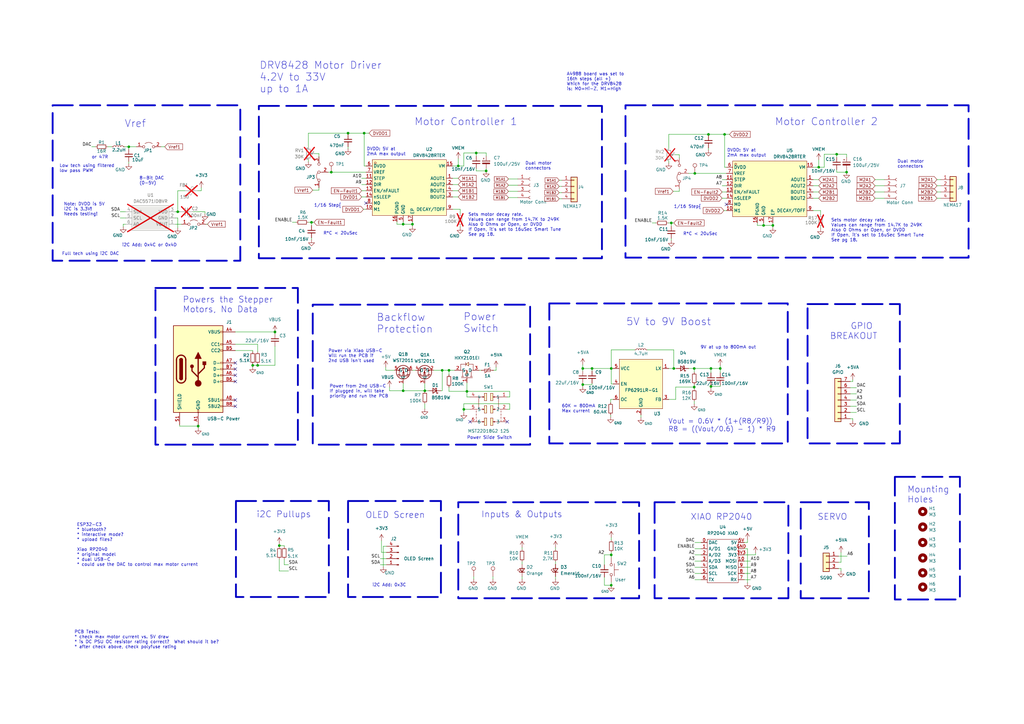
<source format=kicad_sch>
(kicad_sch (version 20230121) (generator eeschema)
  (paper "A3")
  (title_block (title "Blot RP2040 Motor Driver") (date "2024-02-19") (rev "2.1") (company "Hack Chat") (comment 1 "untested design") (comment 2 "By Parkview (CC)"))
  (junction (at 105.664 149.86))
  (junction (at 284.988 71.12))
  (junction (at 165.354 160.274))
  (junction (at 165.354 91.948))
  (junction (at 347.218 70.612))
  (junction (at 250.698 151.13))
  (junction (at 114.554 223.774))
  (junction (at 169.164 91.948))
  (junction (at 199.39 70.104))
  (junction (at 284.734 151.13))
  (junction (at 103.632 149.86))
  (junction (at 250.698 240.03))
  (junction (at 343.154 63.246))
  (junction (at 112.776 136.144))
  (junction (at 316.992 92.456))
  (junction (at 187.96 68.072))
  (junction (at 81.28 174.752))
  (junction (at 184.15 151.892))
  (junction (at 127.762 91.186))
  (junction (at 284.734 158.75))
  (junction (at 242.824 151.13))
  (junction (at 291.592 158.496))
  (junction (at 72.898 86.868))
  (junction (at 239.014 157.734))
  (junction (at 239.014 151.13))
  (junction (at 52.832 60.198))
  (junction (at 191.516 160.528))
  (junction (at 313.182 92.456))
  (junction (at 174.244 160.274))
  (junction (at 295.402 151.13))
  (junction (at 250.698 227.584))
  (junction (at 195.326 62.738))
  (junction (at 290.576 55.118))
  (junction (at 275.336 91.44))
  (junction (at 190.246 167.894))
  (junction (at 291.592 151.13))
  (junction (at 276.352 151.13))
  (junction (at 181.356 151.892))
  (junction (at 135.89 70.612))
  (junction (at 297.18 55.118))
  (junction (at 142.748 54.61))
  (junction (at 335.788 68.58))
  (junction (at 149.352 54.61))
  (no_connect (at 96.52 153.924))
  (no_connect (at 150.114 83.312))
  (no_connect (at 192.786 172.974))
  (no_connect (at 96.52 148.844))
  (no_connect (at 96.52 166.624))
  (no_connect (at 208.026 172.974))
  (no_connect (at 96.52 164.084))
  (no_connect (at 96.52 156.464))
  (no_connect (at 297.942 83.82))
  (no_connect (at 96.52 151.384))
  (wire (pts (xy 192.786 162.814) (xy 191.516 162.814)))
  (wire (pts (xy 209.042 162.814) (xy 209.042 160.528)))
  (wire (pts (xy 126.492 54.61) (xy 142.748 54.61)))
  (wire (pts (xy 37.592 60.198) (xy 39.116 60.198)))
  (wire (pts (xy 72.898 86.868) (xy 73.914 86.868)))
  (wire (pts (xy 103.632 149.86) (xy 103.632 150.368)))
  (wire (pts (xy 229.362 81.534) (xy 230.378 81.534)))
  (wire (pts (xy 127.762 91.186) (xy 128.778 91.186)))
  (wire (pts (xy 72.898 78.232) (xy 75.946 78.232)))
  (wire (pts (xy 148.336 78.232) (xy 150.114 78.232)))
  (wire (pts (xy 208.534 78.486) (xy 212.344 78.486)))
  (wire (pts (xy 84.074 86.868) (xy 84.074 87.63)))
  (wire (pts (xy 162.814 91.948) (xy 165.354 91.948)))
  (wire (pts (xy 81.28 174.752) (xy 81.28 175.514)))
  (wire (pts (xy 66.04 60.198) (xy 67.564 60.198)))
  (wire (pts (xy 116.586 231.648) (xy 116.586 229.362)))
  (wire (pts (xy 333.502 73.66) (xy 335.788 73.66)))
  (wire (pts (xy 149.352 54.61) (xy 149.352 68.072)))
  (wire (pts (xy 72.898 78.232) (xy 72.898 86.868)))
  (wire (pts (xy 185.674 68.072) (xy 187.96 68.072)))
  (wire (pts (xy 96.52 141.224) (xy 105.664 141.224)))
  (wire (pts (xy 349.758 156.464) (xy 348.742 156.464)))
  (wire (pts (xy 142.748 55.118) (xy 142.748 54.61)))
  (wire (pts (xy 177.8 151.892) (xy 181.356 151.892)))
  (wire (pts (xy 275.336 97.79) (xy 275.336 98.552)))
  (wire (pts (xy 162.814 90.932) (xy 162.814 91.948)))
  (wire (pts (xy 344.932 226.568) (xy 344.932 230.632)))
  (wire (pts (xy 149.352 68.072) (xy 150.114 68.072)))
  (wire (pts (xy 274.32 55.118) (xy 274.32 60.96)))
  (wire (pts (xy 55.88 60.198) (xy 52.832 60.198)))
  (wire (pts (xy 335.788 68.58) (xy 335.788 65.532)))
  (wire (pts (xy 72.898 86.868) (xy 71.882 86.868)))
  (wire (pts (xy 307.848 232.664) (xy 305.308 232.664)))
  (wire (pts (xy 348.742 161.544) (xy 351.282 161.544)))
  (wire (pts (xy 174.244 160.274) (xy 175.768 160.274)))
  (wire (pts (xy 336.55 88.138) (xy 336.55 86.36)))
  (wire (pts (xy 358.902 76.2) (xy 362.712 76.2)))
  (wire (pts (xy 126.492 91.186) (xy 127.762 91.186)))
  (wire (pts (xy 242.824 151.13) (xy 250.698 151.13)))
  (wire (pts (xy 344.932 230.632) (xy 343.916 230.632)))
  (wire (pts (xy 165.354 91.948) (xy 169.164 91.948)))
  (wire (pts (xy 96.52 136.144) (xy 112.776 136.144)))
  (wire (pts (xy 73.66 174.244) (xy 73.66 174.752)))
  (wire (pts (xy 295.402 152.908) (xy 295.402 151.13)))
  (wire (pts (xy 333.502 78.74) (xy 335.788 78.74)))
  (wire (pts (xy 105.664 141.224) (xy 105.664 144.272)))
  (wire (pts (xy 188.722 92.71) (xy 188.722 93.218)))
  (wire (pts (xy 118.364 231.648) (xy 116.586 231.648)))
  (wire (pts (xy 190.246 62.738) (xy 195.326 62.738)))
  (wire (pts (xy 127.762 97.536) (xy 127.762 98.298)))
  (wire (pts (xy 52.832 60.198) (xy 52.832 61.214)))
  (wire (pts (xy 275.336 91.44) (xy 275.336 92.71)))
  (wire (pts (xy 208.534 81.026) (xy 212.344 81.026)))
  (wire (pts (xy 333.502 68.58) (xy 335.788 68.58)))
  (wire (pts (xy 81.28 174.244) (xy 81.28 174.752)))
  (wire (pts (xy 343.154 70.612) (xy 347.218 70.612)))
  (wire (pts (xy 82.55 76.962) (xy 82.55 78.232)))
  (wire (pts (xy 276.86 63.5) (xy 278.638 63.5)))
  (wire (pts (xy 309.88 226.822) (xy 309.88 227.584)))
  (wire (pts (xy 227.838 236.474) (xy 227.838 237.49)))
  (wire (pts (xy 181.356 151.892) (xy 184.15 151.892)))
  (wire (pts (xy 250.444 163.83) (xy 250.444 165.1)))
  (wire (pts (xy 348.742 164.084) (xy 351.282 164.084)))
  (wire (pts (xy 105.664 149.86) (xy 103.632 149.86)))
  (wire (pts (xy 239.014 149.606) (xy 239.014 151.13)))
  (wire (pts (xy 174.244 165.608) (xy 174.244 167.64)))
  (wire (pts (xy 305.308 225.044) (xy 306.578 225.044)))
  (wire (pts (xy 284.734 152.654) (xy 284.734 151.13)))
  (wire (pts (xy 310.642 91.44) (xy 310.642 92.456)))
  (wire (pts (xy 202.184 237.49) (xy 202.184 236.474)))
  (wire (pts (xy 169.164 151.892) (xy 170.434 151.892)))
  (wire (pts (xy 229.362 76.454) (xy 230.378 76.454)))
  (wire (pts (xy 250.698 226.568) (xy 250.698 227.584)))
  (wire (pts (xy 250.698 143.51) (xy 250.698 151.13)))
  (wire (pts (xy 185.674 80.772) (xy 187.96 80.772)))
  (wire (pts (xy 239.014 152.146) (xy 239.014 151.13)))
  (wire (pts (xy 307.848 237.744) (xy 305.308 237.744)))
  (wire (pts (xy 158.242 151.892) (xy 161.798 151.892)))
  (wire (pts (xy 239.014 157.734) (xy 239.014 158.496)))
  (wire (pts (xy 349.758 172.466) (xy 349.758 171.704)))
  (wire (pts (xy 51.562 91.948) (xy 50.546 91.948)))
  (wire (pts (xy 284.734 164.592) (xy 284.734 165.608)))
  (wire (pts (xy 214.122 224.536) (xy 214.122 225.298)))
  (wire (pts (xy 348.742 166.624) (xy 351.282 166.624)))
  (wire (pts (xy 112.776 136.906) (xy 112.776 136.144)))
  (wire (pts (xy 242.824 151.13) (xy 242.824 152.146)))
  (wire (pts (xy 349.758 171.704) (xy 348.742 171.704)))
  (wire (pts (xy 165.354 160.274) (xy 165.354 157.226)))
  (wire (pts (xy 316.992 92.456) (xy 316.992 93.218)))
  (wire (pts (xy 157.226 224.028) (xy 157.226 232.41)))
  (wire (pts (xy 190.246 167.894) (xy 190.246 169.164)))
  (wire (pts (xy 239.014 157.226) (xy 239.014 157.734)))
  (wire (pts (xy 155.956 231.648) (xy 158.496 231.648)))
  (wire (pts (xy 265.43 143.51) (xy 276.352 143.51)))
  (wire (pts (xy 316.992 91.44) (xy 316.992 92.456)))
  (wire (pts (xy 247.904 236.728) (xy 247.904 240.03)))
  (wire (pts (xy 296.164 76.2) (xy 297.942 76.2)))
  (wire (pts (xy 148.336 75.692) (xy 150.114 75.692)))
  (wire (pts (xy 114.554 223.012) (xy 114.554 223.774)))
  (wire (pts (xy 191.516 160.528) (xy 191.516 162.814)))
  (wire (pts (xy 313.182 92.456) (xy 316.992 92.456)))
  (wire (pts (xy 203.454 150.622) (xy 203.454 151.892)))
  (wire (pts (xy 169.164 91.948) (xy 169.164 92.71)))
  (wire (pts (xy 114.554 223.774) (xy 114.554 224.282)))
  (wire (pts (xy 250.698 157.48) (xy 250.698 151.13)))
  (wire (pts (xy 185.674 78.232) (xy 187.96 78.232)))
  (wire (pts (xy 348.742 169.164) (xy 351.282 169.164)))
  (wire (pts (xy 267.462 91.44) (xy 268.986 91.44)))
  (wire (pts (xy 44.196 60.198) (xy 45.974 60.198)))
  (wire (pts (xy 349.758 155.702) (xy 349.758 156.464)))
  (wire (pts (xy 169.164 90.932) (xy 169.164 91.948)))
  (wire (pts (xy 291.592 151.13) (xy 284.734 151.13)))
  (wire (pts (xy 129.032 62.992) (xy 130.81 62.992)))
  (wire (pts (xy 130.81 62.992) (xy 130.81 64.262)))
  (wire (pts (xy 277.114 163.83) (xy 277.114 158.75)))
  (wire (pts (xy 284.988 225.044) (xy 287.528 225.044)))
  (wire (pts (xy 250.444 170.18) (xy 250.444 170.942)))
  (wire (pts (xy 290.576 55.118) (xy 297.18 55.118)))
  (wire (pts (xy 297.18 55.118) (xy 297.18 68.58)))
  (wire (pts (xy 262.89 170.18) (xy 262.89 171.196)))
  (wire (pts (xy 274.32 66.04) (xy 274.32 66.802)))
  (wire (pts (xy 307.848 235.204) (xy 305.308 235.204)))
  (wire (pts (xy 165.354 160.274) (xy 159.766 160.274)))
  (wire (pts (xy 126.492 54.61) (xy 126.492 60.452)))
  (wire (pts (xy 274.32 55.118) (xy 290.576 55.118)))
  (wire (pts (xy 284.988 230.124) (xy 287.528 230.124)))
  (wire (pts (xy 155.956 229.108) (xy 158.496 229.108)))
  (wire (pts (xy 251.46 163.83) (xy 250.444 163.83)))
  (wire (pts (xy 305.308 222.504) (xy 306.578 222.504)))
  (wire (pts (xy 188.722 87.63) (xy 188.722 85.852)))
  (wire (pts (xy 126.492 65.532) (xy 126.492 66.294)))
  (wire (pts (xy 247.904 240.03) (xy 250.698 240.03)))
  (wire (pts (xy 185.674 85.852) (xy 188.722 85.852)))
  (wire (pts (xy 190.246 167.894) (xy 192.786 167.894)))
  (wire (pts (xy 174.244 160.274) (xy 174.244 160.528)))
  (wire (pts (xy 119.888 91.186) (xy 121.412 91.186)))
  (wire (pts (xy 338.074 63.246) (xy 343.154 63.246)))
  (wire (pts (xy 278.638 63.5) (xy 278.638 64.77)))
  (wire (pts (xy 78.994 86.868) (xy 84.074 86.868)))
  (wire (pts (xy 150.114 85.852) (xy 149.098 85.852)))
  (wire (pts (xy 105.664 149.86) (xy 112.776 149.86)))
  (wire (pts (xy 250.698 151.13) (xy 251.46 151.13)))
  (wire (pts (xy 250.698 240.03) (xy 250.698 238.76)))
  (wire (pts (xy 295.402 149.86) (xy 295.402 151.13)))
  (wire (pts (xy 190.246 68.072) (xy 190.246 62.738)))
  (wire (pts (xy 247.904 231.648) (xy 247.904 227.584)))
  (wire (pts (xy 158.242 150.622) (xy 158.242 151.892)))
  (wire (pts (xy 142.748 54.61) (xy 149.352 54.61)))
  (wire (pts (xy 208.534 73.406) (xy 212.344 73.406)))
  (wire (pts (xy 343.154 69.596) (xy 343.154 70.612)))
  (wire (pts (xy 343.154 63.246) (xy 343.154 64.516)))
  (wire (pts (xy 284.988 235.204) (xy 287.528 235.204)))
  (wire (pts (xy 191.516 156.972) (xy 191.516 160.528)))
  (wire (pts (xy 250.698 220.472) (xy 250.698 221.488)))
  (wire (pts (xy 313.182 91.44) (xy 313.182 92.456)))
  (wire (pts (xy 194.31 237.49) (xy 194.31 236.474)))
  (wire (pts (xy 73.66 174.752) (xy 81.28 174.752)))
  (wire (pts (xy 276.352 151.13) (xy 274.32 151.13)))
  (wire (pts (xy 116.586 223.774) (xy 114.554 223.774)))
  (wire (pts (xy 227.838 230.378) (xy 227.838 231.394)))
  (wire (pts (xy 103.632 143.764) (xy 103.632 144.272)))
  (wire (pts (xy 184.15 151.892) (xy 184.15 153.67)))
  (wire (pts (xy 275.336 91.44) (xy 276.352 91.44)))
  (wire (pts (xy 333.502 76.2) (xy 335.788 76.2)))
  (wire (pts (xy 49.276 86.868) (xy 51.562 86.868)))
  (wire (pts (xy 276.352 151.13) (xy 277.368 151.13)))
  (wire (pts (xy 156.464 226.568) (xy 158.496 226.568)))
  (wire (pts (xy 250.698 227.584) (xy 250.698 228.6)))
  (wire (pts (xy 105.664 149.352) (xy 105.664 149.86)))
  (wire (pts (xy 229.362 73.914) (xy 230.378 73.914)))
  (wire (pts (xy 190.246 167.894) (xy 190.246 165.608)))
  (wire (pts (xy 195.326 62.738) (xy 199.39 62.738)))
  (wire (pts (xy 251.46 157.48) (xy 250.698 157.48)))
  (wire (pts (xy 358.902 81.28) (xy 362.712 81.28)))
  (wire (pts (xy 190.246 165.608) (xy 209.042 165.608)))
  (wire (pts (xy 229.362 78.994) (xy 230.378 78.994)))
  (wire (pts (xy 274.32 163.83) (xy 277.114 163.83)))
  (wire (pts (xy 128.27 77.978) (xy 130.81 77.978)))
  (wire (pts (xy 284.734 157.734) (xy 284.734 158.75)))
  (wire (pts (xy 74.422 91.948) (xy 71.882 91.948)))
  (wire (pts (xy 195.326 70.104) (xy 199.39 70.104)))
  (wire (pts (xy 284.988 227.584) (xy 287.528 227.584)))
  (wire (pts (xy 209.042 165.608) (xy 209.042 167.894)))
  (wire (pts (xy 52.832 66.294) (xy 52.832 67.056)))
  (wire (pts (xy 195.326 62.738) (xy 195.326 64.008)))
  (wire (pts (xy 239.014 151.13) (xy 242.824 151.13)))
  (wire (pts (xy 348.742 159.004) (xy 351.282 159.004)))
  (wire (pts (xy 284.734 158.75) (xy 284.734 159.512)))
  (wire (pts (xy 214.122 236.474) (xy 214.122 237.49)))
  (wire (pts (xy 127.762 91.186) (xy 127.762 92.456)))
  (wire (pts (xy 187.96 68.072) (xy 190.246 68.072)))
  (wire (pts (xy 202.438 151.892) (xy 203.454 151.892)))
  (wire (pts (xy 50.546 91.948) (xy 50.546 92.964)))
  (wire (pts (xy 284.734 151.13) (xy 282.448 151.13)))
  (wire (pts (xy 184.15 160.528) (xy 191.516 160.528)))
  (wire (pts (xy 196.596 151.892) (xy 197.358 151.892)))
  (wire (pts (xy 278.638 78.486) (xy 278.638 77.47)))
  (wire (pts (xy 118.364 234.188) (xy 114.554 234.188)))
  (wire (pts (xy 297.942 86.36) (xy 296.926 86.36)))
  (wire (pts (xy 335.788 68.58) (xy 338.074 68.58)))
  (wire (pts (xy 227.838 224.536) (xy 227.838 225.298)))
  (wire (pts (xy 135.89 70.612) (xy 150.114 70.612)))
  (wire (pts (xy 296.164 73.66) (xy 297.942 73.66)))
  (wire (pts (xy 148.336 80.772) (xy 150.114 80.772)))
  (wire (pts (xy 130.81 77.978) (xy 130.81 76.962)))
  (wire (pts (xy 209.042 167.894) (xy 208.026 167.894)))
  (wire (pts (xy 239.014 157.734) (xy 242.824 157.734)))
  (wire (pts (xy 158.496 224.028) (xy 157.226 224.028)))
  (wire (pts (xy 295.402 158.496) (xy 295.402 157.988)))
  (wire (pts (xy 343.916 233.172) (xy 344.932 233.172)))
  (wire (pts (xy 344.932 233.172) (xy 344.932 234.188)))
  (wire (pts (xy 276.098 78.486) (xy 278.638 78.486)))
  (wire (pts (xy 296.164 78.74) (xy 297.942 78.74)))
  (wire (pts (xy 195.326 69.088) (xy 195.326 70.104)))
  (wire (pts (xy 297.18 68.58) (xy 297.942 68.58)))
  (wire (pts (xy 299.212 55.118) (xy 297.18 55.118)))
  (wire (pts (xy 184.15 158.75) (xy 184.15 160.528)))
  (wire (pts (xy 336.55 93.218) (xy 336.55 93.726)))
  (wire (pts (xy 384.302 78.74) (xy 385.826 78.74)))
  (wire (pts (xy 277.114 158.75) (xy 284.734 158.75)))
  (wire (pts (xy 208.534 75.946) (xy 212.344 75.946)))
  (wire (pts (xy 185.674 73.152) (xy 187.96 73.152)))
  (wire (pts (xy 165.354 160.274) (xy 174.244 160.274)))
  (wire (pts (xy 96.52 143.764) (xy 103.632 143.764)))
  (wire (pts (xy 343.916 228.092) (xy 347.472 228.092)))
  (wire (pts (xy 291.592 158.496) (xy 295.402 158.496)))
  (wire (pts (xy 214.122 230.378) (xy 214.122 231.394)))
  (wire (pts (xy 151.384 54.61) (xy 149.352 54.61)))
  (wire (pts (xy 307.848 230.124) (xy 305.308 230.124)))
  (wire (pts (xy 343.154 63.246) (xy 347.218 63.246)))
  (wire (pts (xy 208.026 162.814) (xy 209.042 162.814)))
  (wire (pts (xy 306.578 225.044) (xy 306.578 239.014)))
  (wire (pts (xy 159.766 158.75) (xy 159.766 160.274)))
  (wire (pts (xy 185.674 75.692) (xy 187.96 75.692)))
  (wire (pts (xy 199.39 70.104) (xy 199.39 69.088)))
  (wire (pts (xy 290.576 60.706) (xy 290.576 61.468)))
  (wire (pts (xy 199.39 62.738) (xy 199.39 64.008)))
  (wire (pts (xy 290.576 55.626) (xy 290.576 55.118)))
  (wire (pts (xy 81.026 78.232) (xy 82.55 78.232)))
  (wire (pts (xy 114.554 234.188) (xy 114.554 229.362)))
  (wire (pts (xy 296.164 81.28) (xy 297.942 81.28)))
  (wire (pts (xy 134.62 70.612) (xy 135.89 70.612)))
  (wire (pts (xy 284.988 71.12) (xy 297.942 71.12)))
  (wire (pts (xy 72.898 89.408) (xy 71.882 89.408)))
  (wire (pts (xy 347.218 63.246) (xy 347.218 64.516)))
  (wire (pts (xy 276.352 143.51) (xy 276.352 151.13)))
  (wire (pts (xy 333.502 86.36) (xy 336.55 86.36)))
  (wire (pts (xy 347.218 70.612) (xy 347.218 69.596)))
  (wire (pts (xy 156.464 221.742) (xy 156.464 226.568)))
  (wire (pts (xy 274.066 91.44) (xy 275.336 91.44)))
  (wire (pts (xy 358.902 73.66) (xy 362.712 73.66)))
  (wire (pts (xy 242.824 157.734) (xy 242.824 157.226)))
  (wire (pts (xy 103.632 149.352) (xy 103.632 149.86)))
  (wire (pts (xy 291.592 158.496) (xy 291.592 159.258)))
  (wire (pts (xy 338.074 68.58) (xy 338.074 63.246)))
  (wire (pts (xy 72.898 93.472) (xy 72.898 89.408)))
  (wire (pts (xy 295.402 151.13) (xy 291.592 151.13)))
  (wire (pts (xy 165.354 90.932) (xy 165.354 91.948)))
  (wire (pts (xy 209.042 160.528) (xy 191.516 160.528)))
  (wire (pts (xy 333.502 81.28) (xy 335.788 81.28)))
  (wire (pts (xy 306.578 222.504) (xy 306.578 221.234)))
  (wire (pts (xy 358.902 78.74) (xy 362.712 78.74)))
  (wire (pts (xy 181.356 160.274) (xy 181.356 151.892)))
  (wire (pts (xy 112.776 141.986) (xy 112.776 149.86)))
  (wire (pts (xy 184.15 151.892) (xy 186.436 151.892)))
  (wire (pts (xy 84.582 91.948) (xy 85.09 91.948)))
  (wire (pts (xy 148.336 73.152) (xy 150.114 73.152)))
  (wire (pts (xy 282.448 71.12) (xy 284.988 71.12)))
  (wire (pts (xy 51.054 60.198) (xy 52.832 60.198)))
  (wire (pts (xy 49.276 89.408) (xy 51.562 89.408)))
  (wire (pts (xy 384.302 81.28) (xy 385.826 81.28)))
  (wire (pts (xy 291.592 151.13) (xy 291.592 152.908)))
  (wire (pts (xy 187.96 68.072) (xy 187.96 65.024)))
  (wire (pts (xy 116.586 224.282) (xy 116.586 223.774)))
  (wire (pts (xy 250.698 143.51) (xy 260.35 143.51)))
  (wire (pts (xy 180.848 160.274) (xy 181.356 160.274)))
  (wire (pts (xy 284.988 237.744) (xy 287.528 237.744)))
  (wire (pts (xy 291.592 157.988) (xy 291.592 158.496)))
  (wire (pts (xy 142.748 60.198) (xy 142.748 60.96)))
  (wire (pts (xy 384.302 73.66) (xy 385.826 73.66)))
  (wire (pts (xy 384.302 76.2) (xy 385.826 76.2)))
  (wire (pts (xy 284.988 222.504) (xy 287.528 222.504)))
  (wire (pts (xy 247.904 227.584) (xy 250.698 227.584)))
  (wire (pts (xy 310.642 92.456) (xy 313.182 92.456)))
  (wire (pts (xy 284.988 232.664) (xy 287.528 232.664)))
  (wire (pts (xy 309.88 227.584) (xy 305.308 227.584)))
  (wire (pts (xy 174.244 157.226) (xy 174.244 160.274)))
  (rectangle (start 331.216 124.714) (end 369.062 181.864) (stroke (width 0.75) (type dash)))
  (rectangle (start 142.748 205.486) (end 180.848 244.856) (stroke (width 0.75) (type dash)))
  (rectangle (start 367.03 195.58) (end 393.7 245.872) (stroke (width 0.75) (type dash)))
  (rectangle (start 268.478 205.994) (end 323.342 245.364) (stroke (width 0.75) (type dash)))
  (rectangle (start 256.54 43.18) (end 397.256 105.664) (stroke (width 0.75) (type dash)))
  (rectangle (start 187.96 205.994) (end 262.128 245.364) (stroke (width 0.75) (type dash)))
  (rectangle (start 328.422 205.994) (end 356.362 245.364) (stroke (width 0.75) (type dash)))
  (rectangle (start 96.774 205.486) (end 134.874 244.856) (stroke (width 0.75) (type dash)))
  (rectangle (start 106.172 43.434) (end 246.888 105.918) (stroke (width 0.75) (type dash)))
  (rectangle (start 128.27 124.968) (end 217.424 182.372) (stroke (width 0.75) (type dash)))
  (rectangle (start 63.754 118.11) (end 122.174 182.372) (stroke (width 0.75) (type dash)))
  (rectangle (start 21.59 43.18) (end 98.552 106.934) (stroke (width 0.75) (type dash)))
  (rectangle (start 225.298 124.46) (end 323.088 181.864) (stroke (width 0.75) (type dash)))
  (text "Inputs & Outputs\n" (at 197.358 212.598 0) (effects (font (size 2.54 2.54)) (justify left bottom)))
  (text "5V to 9V Boost" (at 256.794 133.858 0) (effects (font (size 3 3)) (justify left bottom)))
  (text "GPIO \nBREAKOUT" (at 359.918 139.446 0) (effects (font (size 2.54 2.54)) (justify right bottom)))
  (text "Power via Xiao USB-C\nWill run the PCB if \n2nd USB isn't used" (at 134.62 148.844 0) (effects (font (size 1.27 1.27)) (justify left bottom)))
  (text "Backflow\nProtection" (at 154.432 136.906 0) (effects (font (size 3 3)) (justify left bottom)))
  (text "DRV8428 Motor Driver\n4.2V to 33V\nup to 1A" (at 106.426 38.354 0) (effects (font (size 3 3)) (justify left bottom)))
  (text "Vref" (at 51.054 52.578 0) (effects (font (size 3 3)) (justify left bottom)))
  (text "R*C < 20uSec" (at 132.588 96.52 0) (effects (font (size 1.27 1.27)) (justify left bottom)))
  (text "Mounting\nHoles" (at 372.11 206.502 0) (effects (font (size 2.54 2.54)) (justify left bottom)))
  (text "Dual motor\nconnectors" (at 368.046 69.088 0) (effects (font (size 1.27 1.27)) (justify left bottom)))
  (text "DVDD: 5V at\n2mA max output" (at 150.368 64.008 0) (effects (font (size 1.27 1.27)) (justify left bottom)))
  (text "Power from 2nd USB-C\nIf plugged in, will take\npriority and run the PCB" (at 135.128 163.322 0) (effects (font (size 1.27 1.27)) (justify left bottom)))
  (text "Power\nSwitch" (at 189.992 136.652 0) (effects (font (size 3 3)) (justify left bottom)))
  (text "Power Slide Switch" (at 191.516 180.34 0) (effects (font (size 1.27 1.27)) (justify left bottom)))
  (text "8-Bit DAC\n(0-5V)" (at 57.15 75.946 0) (effects (font (size 1.27 1.27)) (justify left bottom)))
  (text "XIAO RP2040\n" (at 283.21 213.614 0) (effects (font (size 2.54 2.54)) (justify left bottom)))
  (text "i2C Add: 0x4C or 0x4D" (at 50.038 101.346 0) (effects (font (size 1.27 1.27)) (justify left bottom)))
  (text "Sets motor decay rate.\nValues can range from 14.7K to 249K\nAlso 0 Ohms or Open, or DVDD\nIf Open, it's set to 16uSec Smart Tune\nSee pg 18." (at 192.024 97.028 0) (effects (font (size 1.27 1.27)) (justify left bottom)))
  (text "OLED Screen\n" (at 149.86 212.852 0) (effects (font (size 2.54 2.54)) (justify left bottom)))
  (text "Sets motor decay rate.\nValues can range from 14.7K to 249K\nAlso 0 Ohms or Open, or DVDD\nIf Open, it's set to 16uSec Smart Tune\nSee pg 18." (at 340.868 99.314 0) (effects (font (size 1.27 1.27)) (justify left bottom)))
  (text "i2C Pullups\n" (at 105.156 212.598 0) (effects (font (size 2.54 2.54)) (justify left bottom)))
  (text "Motor Controller 2" (at 317.754 51.816 0) (effects (font (size 3 3)) (justify left bottom)))
  (text "PCB Tests:\n* check max motor current vs. 5V draw\n* is DC PSU OC resistor rating correct?  What should it be?\n* after check above, check polyfuse rating" (at 30.48 266.192 0) (effects (font (size 1.27 1.27)) (justify left bottom)))
  (text "Low tech using filtered \nlow pass PWM" (at 24.384 70.866 0) (effects (font (size 1.27 1.27)) (justify left bottom)))
  (text "Note: DVDD is 5V\ni2C is 3.3V!\nNeeds testing!" (at 26.162 88.646 0) (effects (font (size 1.27 1.27)) (justify left bottom)))
  (text "9V at up to 800mA out" (at 287.274 143.256 0) (effects (font (size 1.27 1.27)) (justify left bottom)))
  (text "Dual motor\nconnectors" (at 215.392 69.85 0) (effects (font (size 1.27 1.27)) (justify left bottom)))
  (text "DVDD: 5V at\n2mA max output" (at 298.196 64.516 0) (effects (font (size 1.27 1.27)) (justify left bottom)))
  (text "Powers the Stepper\nMotors, No Data" (at 74.93 128.524 0) (effects (font (size 2.5 2.5)) (justify left bottom)))
  (text "1/16 Step{" (at 276.352 85.598 0) (effects (font (size 1.27 1.27)) (justify left bottom)))
  (text "R*C < 20uSec" (at 280.162 96.774 0) (effects (font (size 1.27 1.27)) (justify left bottom)))
  (text "ESP32-C3\n* bluetooth?\n* interactive mode?\n* upload files?\n\nXiao RP2040\n* original model\n* dual USB-C\n* could use the DAC to control max motor current" (at 31.496 232.41 0) (effects (font (size 1.27 1.27)) (justify left bottom)))
  (text "or 47R" (at 37.592 65.278 0) (effects (font (size 1.27 1.27)) (justify left bottom)))
  (text "SERVO\n" (at 335.28 213.614 0) (effects (font (size 2.54 2.54)) (justify left bottom)))
  (text "1/16 Step{" (at 128.778 85.09 0) (effects (font (size 1.27 1.27)) (justify left bottom)))
  (text "A4988 board was set to \n16th steps (all +)\nWhich for the DRV8428\nis: M0=Hi-Z, M1=High" (at 232.41 37.338 0) (effects (font (size 1.27 1.27)) (justify left bottom)))
  (text "Motor Controller 1" (at 169.926 51.816 0) (effects (font (size 3 3)) (justify left bottom)))
  (text "Full tech using i2C DAC" (at 25.4 104.902 0) (effects (font (size 1.27 1.27)) (justify left bottom)))
  (text "i2C Add: 0x3C" (at 152.654 240.792 0) (effects (font (size 1.27 1.27)) (justify left bottom)))
  (text "60K = 800mA\nMax current" (at 230.378 169.418 0) (effects (font (size 1.27 1.27)) (justify left bottom)))
  (text "Vout = 0.6V * (1+(R8/R9))\nR8 = ((Vout/0.6) - 1) * R9" (at 274.066 177.292 0) (effects (font (size 2 2)) (justify left bottom)))
  (label "SCL" (at 284.988 235.204 180))
  (label "A2" (at 247.904 227.584 180))
  (label "A7" (at 296.164 76.2 180))
  (label "DAC" (at 37.592 60.198 180))
  (label "A8" (at 307.848 235.204 0))
  (label "A2" (at 284.988 227.584 180))
  (label "SCL" (at 118.364 234.188 0))
  (label "SDA" (at 351.282 166.624 0))
  (label "SDA" (at 118.364 231.648 0))
  (label "SCL" (at 155.956 229.108 180))
  (label "A3" (at 351.282 164.084 0))
  (label "A3" (at 284.988 230.124 180))
  (label "A7" (at 307.848 237.744 0))
  (label "DAC" (at 351.282 159.004 0))
  (label "A8" (at 296.164 73.66 180))
  (label "ENABLE" (at 284.988 225.044 180))
  (label "SCL" (at 49.276 89.408 180))
  (label "ENABLE" (at 267.462 91.44 180))
  (label "SDA" (at 155.956 231.648 180))
  (label "A9" (at 307.848 232.664 0))
  (label "A6" (at 347.472 228.092 0))
  (label "A10" (at 148.336 73.152 180))
  (label "A2" (at 351.282 161.544 0))
  (label "A10" (at 307.848 230.124 0))
  (label "SDA" (at 49.276 86.868 180))
  (label "SCL" (at 351.282 169.164 0))
  (label "DAC" (at 284.988 222.504 180))
  (label "A6" (at 284.988 237.744 180))
  (label "ENABLE" (at 119.888 91.186 180))
  (label "SDA" (at 284.988 232.664 180))
  (label "A9" (at 148.336 75.692 180))
  (global_label "Vref1" (shape input) (at 128.27 77.978 180) (property "Intersheetrefs" "${INTERSHEET_REFS}" (effects hide)))
  (global_label "M1B1" (shape input) (at 187.96 78.232 0) (property "Intersheetrefs" "${INTERSHEET_REFS}" (effects hide)))
  (global_label "EN-Fault2" (shape input) (at 296.164 78.74 180) (property "Intersheetrefs" "${INTERSHEET_REFS}" (effects hide)))
  (global_label "DVDD2" (shape input) (at 296.926 86.36 180) (property "Intersheetrefs" "${INTERSHEET_REFS}" (effects hide)))
  (global_label "M1B1" (shape input) (at 229.362 81.534 180) (effects (font (size 1 1))) (property "Intersheetrefs" "${INTERSHEET_REFS}" (effects hide)))
  (global_label "M1A1" (shape input) (at 229.362 73.914 180) (effects (font (size 1 1))) (property "Intersheetrefs" "${INTERSHEET_REFS}" (effects hide)))
  (global_label "M2A2" (shape input) (at 384.302 76.2 180) (property "Intersheetrefs" "${INTERSHEET_REFS}" (effects hide)))
  (global_label "M2B2" (shape input) (at 358.902 78.74 180) (property "Intersheetrefs" "${INTERSHEET_REFS}" (effects hide)))
  (global_label "M2A1" (shape input) (at 358.902 73.66 180) (property "Intersheetrefs" "${INTERSHEET_REFS}" (effects hide)))
  (global_label "M2B1" (shape input) (at 384.302 81.28 180) (property "Intersheetrefs" "${INTERSHEET_REFS}" (effects hide)))
  (global_label "M1A2" (shape input) (at 208.534 75.946 180) (effects (font (size 1 1))) (property "Intersheetrefs" "${INTERSHEET_REFS}" (effects hide)))
  (global_label "Vref1" (shape input) (at 85.09 91.948 0) (property "Intersheetrefs" "${INTERSHEET_REFS}" (effects hide)))
  (global_label "M1B1" (shape input) (at 208.534 81.026 180) (effects (font (size 1 1))) (property "Intersheetrefs" "${INTERSHEET_REFS}" (effects hide)))
  (global_label "M2A1" (shape input) (at 335.788 73.66 0) (property "Intersheetrefs" "${INTERSHEET_REFS}" (effects hide)))
  (global_label "M2B2" (shape input) (at 384.302 78.74 180) (property "Intersheetrefs" "${INTERSHEET_REFS}" (effects hide)))
  (global_label "M1A1" (shape input) (at 187.96 73.152 0) (property "Intersheetrefs" "${INTERSHEET_REFS}" (effects hide)))
  (global_label "Vref1" (shape input) (at 67.564 60.198 0) (property "Intersheetrefs" "${INTERSHEET_REFS}" (effects hide)))
  (global_label "DVDD1" (shape input) (at 149.098 85.852 180) (property "Intersheetrefs" "${INTERSHEET_REFS}" (effects hide)))
  (global_label "EN-Fault1" (shape input) (at 128.778 91.186 0) (property "Intersheetrefs" "${INTERSHEET_REFS}" (effects hide)))
  (global_label "M2A2" (shape input) (at 335.788 76.2 0) (property "Intersheetrefs" "${INTERSHEET_REFS}" (effects hide)))
  (global_label "M1A2" (shape input) (at 229.362 76.454 180) (effects (font (size 1 1))) (property "Intersheetrefs" "${INTERSHEET_REFS}" (effects hide)))
  (global_label "DVDD1" (shape input) (at 151.384 54.61 0) (property "Intersheetrefs" "${INTERSHEET_REFS}" (effects hide)))
  (global_label "M1B2" (shape input) (at 187.96 80.772 0) (property "Intersheetrefs" "${INTERSHEET_REFS}" (effects hide)))
  (global_label "DVDD2" (shape input) (at 296.164 81.28 180) (property "Intersheetrefs" "${INTERSHEET_REFS}" (effects hide)))
  (global_label "M2A2" (shape input) (at 358.902 76.2 180) (property "Intersheetrefs" "${INTERSHEET_REFS}" (effects hide)))
  (global_label "M1A1" (shape input) (at 208.534 73.406 180) (effects (font (size 1 1))) (property "Intersheetrefs" "${INTERSHEET_REFS}" (effects hide)))
  (global_label "M2A1" (shape input) (at 384.302 73.66 180) (property "Intersheetrefs" "${INTERSHEET_REFS}" (effects hide)))
  (global_label "M2B1" (shape input) (at 335.788 78.74 0) (property "Intersheetrefs" "${INTERSHEET_REFS}" (effects hide)))
  (global_label "M1A2" (shape input) (at 187.96 75.692 0) (property "Intersheetrefs" "${INTERSHEET_REFS}" (effects hide)))
  (global_label "DVDD2" (shape input) (at 299.212 55.118 0) (property "Intersheetrefs" "${INTERSHEET_REFS}" (effects hide)))
  (global_label "M1B2" (shape input) (at 229.362 78.994 180) (effects (font (size 1 1))) (property "Intersheetrefs" "${INTERSHEET_REFS}" (effects hide)))
  (global_label "DVDD1" (shape input) (at 148.336 80.772 180) (property "Intersheetrefs" "${INTERSHEET_REFS}" (effects hide)))
  (global_label "M1B2" (shape input) (at 208.534 78.486 180) (effects (font (size 1 1))) (property "Intersheetrefs" "${INTERSHEET_REFS}" (effects hide)))
  (global_label "EN-Fault1" (shape input) (at 148.336 78.232 180) (property "Intersheetrefs" "${INTERSHEET_REFS}" (effects hide)))
  (global_label "Vref1" (shape input) (at 276.098 78.486 180) (property "Intersheetrefs" "${INTERSHEET_REFS}" (effects hide)))
  (global_label "M2B2" (shape input) (at 335.788 81.28 0) (property "Intersheetrefs" "${INTERSHEET_REFS}" (effects hide)))
  (global_label "M2B1" (shape input) (at 358.902 81.28 180) (property "Intersheetrefs" "${INTERSHEET_REFS}" (effects hide)))
  (global_label "EN-Fault2" (shape input) (at 276.352 91.44 0) (property "Intersheetrefs" "${INTERSHEET_REFS}" (effects hide)))
  (symbol (lib_id "Mechanical:MountingHole") (at 378.46 240.792 0) (unit 1)
    (property "Reference" "H6" (at 381 239.522 0) (effects (justify left)))
    (property "Value" "M3" (at 381 242.062 0) (effects (justify left)))
    (property "Footprint" "MountingHole:MountingHole_3.2mm_M3" (effects hide))
    (property "LCSC" "X" (effects hide))
  )
  (symbol (lib_id "power:GND") (at 169.164 92.71 0) (unit 1)
    (property "Reference" "#PWR016" (effects hide))
    (property "Value" "GND" (at 166.878 96.266 0))
  )
  (symbol (lib_id "Connector_Generic:Conn_01x03") (at 338.836 230.632 0) (mirror y) (unit 1)
    (property "Reference" "J5" (at 338.836 224.536 0))
    (property "Value" "SG90" (at 338.836 236.982 0))
    (property "Footprint" "Connector_PinSocket_2.54mm:PinSocket_1x03_P2.54mm_Vertical" (effects hide))
    (property "LCSC" "C2937625" (effects hide))
  )
  (symbol (lib_id "Device:R_Small") (at 284.734 162.052 0) (unit 1)
    (property "Reference" "R16" (at 279.654 161.036 0) (effects (justify left)))
    (property "Value" "12K" (at 279.654 163.322 0) (effects (justify left)))
    (property "Footprint" "Resistor_SMD:R_0603_1608Metric" (effects hide))
    (property "LCSC" "C22790" (effects hide))
  )
  (symbol (lib_id "Device:R_Small") (at 250.444 167.64 0) (unit 1)
    (property "Reference" "R12" (at 245.11 166.624 0) (effects (justify left)))
    (property "Value" "60.4K" (at 243.332 168.91 0) (effects (justify left)))
    (property "Footprint" "Resistor_SMD:R_0603_1608Metric" (effects hide))
    (property "LCSC" "C23089" (effects hide))
  )
  (symbol (lib_id "Device:LED_Small") (at 227.838 233.934 90) (unit 1)
    (property "Reference" "D3" (at 229.87 232.6005 90) (effects (justify right)))
    (property "Value" "Emerald" (at 229.87 235.1405 90) (effects (justify right)))
    (property "Footprint" "LED_SMD:LED_0603_1608Metric" (effects hide))
    (property "LCSC" "C965804" (effects hide))
  )
  (symbol (lib_id "Switch:SW_Push") (at 250.698 233.68 270) (unit 1)
    (property "Reference" "SW2" (at 252.984 231.14 90) (effects (justify left)))
    (property "Value" "User" (at 252.222 237.744 90) (effects (justify left)))
    (property "Footprint" "blot-footprints:SW_SMD_SPST_5x3" (effects hide))
    (property "LCSC" "C843665" (effects hide))
  )
  (symbol (lib_id "Connector_Generic:Conn_01x04") (at 390.906 76.2 0) (unit 1)
    (property "Reference" "J8" (at 393.954 76.962 0))
    (property "Value" "NEMA17" (at 390.652 84.074 0))
    (property "Footprint" "Connector_PinSocket_2.54mm:PinSocket_1x04_P2.54mm_Vertical" (effects hide))
    (property "LCSC" "C2845390" (effects hide))
  )
  (symbol (lib_id "power:+3V3") (at 156.464 221.742 0) (unit 1)
    (property "Reference" "#PWR012" (effects hide))
    (property "Value" "+3V3" (at 156.464 216.662 0))
  )
  (symbol (lib_id "power:GND") (at 52.832 67.056 0) (unit 1)
    (property "Reference" "#PWR02" (effects hide))
    (property "Value" "GND" (at 49.276 69.596 0))
  )
  (symbol (lib_id "Device:R_Small") (at 227.838 227.838 0) (unit 1)
    (property "Reference" "R11" (at 223.012 226.822 0) (effects (justify left)))
    (property "Value" "2.7K" (at 222.504 229.108 0) (effects (justify left)))
    (property "Footprint" "Resistor_SMD:R_0603_1608Metric" (effects hide))
    (property "LCSC" "C114612" (effects hide))
  )
  (symbol (lib_id "Prison2:DRV8428RTER") (at 315.722 77.47 0) (unit 1)
    (property "Reference" "U5" (at 323.85 61.722 0))
    (property "Value" "DRV8428RTER" (at 323.85 64.262 0))
    (property "Footprint" "blot-footprints:WQFN-16_L3.0-W3.0-P0.50-BL-EP1.7" (effects hide))
    (property "LCSC Part" "C2857955" (effects hide))
    (property "LCSC" "C2857955" (effects hide))
  )
  (symbol (lib_id "Device:C_Small") (at 239.014 154.686 0) (mirror y) (unit 1)
    (property "Reference" "C8" (at 237.49 152.654 0) (effects (justify left)))
    (property "Value" "22uF/16V" (at 237.49 156.972 0) (effects (justify left)))
    (property "Footprint" "Capacitor_SMD:C_0603_1608Metric" (effects hide))
    (property "LCSC" "C6119868" (effects hide))
  )
  (symbol (lib_id "Jumper:Jumper_3_Bridged12") (at 278.638 71.12 90) (unit 1)
    (property "Reference" "JP4" (at 283.464 73.152 90) (effects (justify left)))
    (property "Value" "Jumper_3_Bridged12" (effects hide))
    (property "Footprint" "blot-footprints:JUMPER-3Psml_Bridged_RoundedPad2x1mm" (effects hide))
    (property "LCSC" "X" (effects hide))
  )
  (symbol (lib_id "Mechanical:MountingHole") (at 378.46 234.95 0) (unit 1)
    (property "Reference" "H5" (at 381 233.68 0) (effects (justify left)))
    (property "Value" "M3" (at 381 236.22 0) (effects (justify left)))
    (property "Footprint" "MountingHole:MountingHole_3.2mm_M3" (effects hide))
    (property "LCSC" "X" (effects hide))
  )
  (symbol (lib_id "power:VBUS") (at 159.766 158.75 0) (unit 1)
    (property "Reference" "#PWR015" (effects hide))
    (property "Value" "VBUS" (at 159.004 154.686 0))
  )
  (symbol (lib_id "blot-sym-lib:FP6291LR-G1") (at 262.89 157.48 0) (unit 1)
    (property "Reference" "U3" (at 269.494 169.672 0))
    (property "Value" "FP6291LR-G1" (at 263.144 160.02 0))
    (property "Footprint" "blot-footprints:SOT-23-6_L2.9-W1.6-P0.95-LS2.8-BR" (effects hide))
    (property "Datasheet" "https://lcsc.com/product-detail/DC-DC-Converters_FP6291LR-G1_C18701.html" (effects hide))
    (property "LCSC Part" "C18701" (effects hide))
    (property "LCSC" "C18701" (effects hide))
  )
  (symbol (lib_id "power:GND") (at 142.748 60.96 0) (unit 1)
    (property "Reference" "#PWR011" (effects hide))
    (property "Value" "GND" (at 139.446 62.992 0))
  )
  (symbol (lib_id "Mechanical:MountingHole") (at 378.46 216.154 0) (unit 1)
    (property "Reference" "H2" (at 381 214.884 0) (effects (justify left)))
    (property "Value" "M3" (at 381 217.424 0) (effects (justify left)))
    (property "Footprint" "MountingHole:MountingHole_3.2mm_M3" (effects hide))
    (property "LCSC" "X" (effects hide))
  )
  (symbol (lib_id "Device:C_Polarized_Small") (at 199.39 66.548 0) (unit 1)
    (property "Reference" "C7" (at 202.438 64.7319 0) (effects (justify left)))
    (property "Value" "100uF/25V" (at 202.438 67.2719 0) (effects (justify left)))
    (property "Footprint" "blot-footprints:CAP-SMD_BD6.3-L6.6-W6.6-LS7.3-FD" (effects hide))
    (property "LCSC" "C4747964" (effects hide))
  )
  (symbol (lib_id "power:GND") (at 349.758 172.466 0) (unit 1)
    (property "Reference" "#PWR051" (effects hide))
    (property "Value" "GND" (at 352.298 173.736 0) (effects (justify left)))
  )
  (symbol (lib_id "power:+3V3") (at 250.698 220.472 0) (unit 1)
    (property "Reference" "#PWR032" (effects hide))
    (property "Value" "+3V3" (at 250.698 215.392 0))
  )
  (symbol (lib_id "Connector:USB_C_Receptacle_USB2.0") (at 81.28 151.384 0) (unit 1)
    (property "Reference" "J1" (at 93.98 132.08 0))
    (property "Value" "USB-C Power" (at 91.694 171.704 0))
    (property "Footprint" "Connector_USB:USB_C_Receptacle_HRO_TYPE-C-31-M-12" (effects hide))
    (property "Datasheet" "https://www.usb.org/sites/default/files/documents/usb_type-c.zip" (effects hide))
    (property "LCSC" "C2765186" (effects hide))
  )
  (symbol (lib_id "Device:Polyfuse_Small") (at 199.898 151.892 90) (unit 1)
    (property "Reference" "F1" (at 199.898 149.606 90))
    (property "Value" "1A" (at 199.898 154.178 90))
    (property "Footprint" "Fuse:Fuse_0805_2012Metric" (effects hide))
    (property "LCSC" "C269104" (effects hide))
  )
  (symbol (lib_id "power:GND") (at 250.698 240.03 0) (unit 1)
    (property "Reference" "#PWR033" (effects hide))
    (property "Value" "GND" (at 248.158 242.57 0) (effects (font (size 1 1))))
  )
  (symbol (lib_id "power:GND") (at 157.226 232.41 0) (unit 1)
    (property "Reference" "#PWR013" (effects hide))
    (property "Value" "GND" (at 159.766 234.95 0))
  )
  (symbol (lib_id "Device:R_Small") (at 105.664 146.812 0) (unit 1)
    (property "Reference" "R3" (at 106.934 145.542 0) (effects (justify left)))
    (property "Value" "5.1K" (at 106.934 148.082 0) (effects (justify left)))
    (property "Footprint" "Resistor_SMD:R_0603_1608Metric" (effects hide))
    (property "LCSC" "C23186" (effects hide))
  )
  (symbol (lib_id "Connector:Conn_01x04_Socket") (at 217.424 75.946 0) (unit 1)
    (property "Reference" "J3" (at 218.694 75.946 0) (effects (justify left)))
    (property "Value" "Motor Conn" (at 213.106 82.804 0) (effects (justify left)))
    (property "Footprint" "blot-footprints:CONN-SMD_4P-P1.25_533980471" (effects hide))
    (property "LCSC" "C2845390" (effects hide))
  )
  (symbol (lib_id "power:+5VA") (at 344.932 226.568 0) (unit 1)
    (property "Reference" "#PWR047" (effects hide))
    (property "Value" "+5VA" (at 344.932 221.488 0))
  )
  (symbol (lib_id "power:GND") (at 347.218 70.612 0) (unit 1)
    (property "Reference" "#PWR049" (effects hide))
    (property "Value" "GND" (at 346.964 74.422 0))
  )
  (symbol (lib_id "power:GND") (at 127.762 98.298 0) (unit 1)
    (property "Reference" "#PWR010" (effects hide))
    (property "Value" "GND" (at 125.476 101.854 0))
  )
  (symbol (lib_id "Device:C_Small") (at 247.904 234.188 180) (unit 1)
    (property "Reference" "C10" (at 246.634 232.156 0) (effects (justify left)))
    (property "Value" "100nF/16V" (at 246.634 236.22 0) (effects (justify left)))
    (property "Footprint" "Capacitor_SMD:C_0603_1608Metric" (effects hide))
    (property "LCSC" "C30926" (effects hide))
  )
  (symbol (lib_id "Connector:TestPoint") (at 194.31 236.474 0) (unit 1) (in_bom no)
    (property "Reference" "TP2" (at 191.516 231.14 0) (effects (justify left)))
    (property "Value" "TestPoint" (effects hide))
    (property "Footprint" "TestPoint:TestPoint_THTPad_1.0x1.0mm_Drill0.5mm" (effects hide))
    (property "LCSC" "X" (effects hide))
  )
  (symbol (lib_id "power:+5V") (at 306.578 221.234 0) (unit 1)
    (property "Reference" "#PWR041" (effects hide))
    (property "Value" "+5V" (at 306.578 216.916 0))
  )
  (symbol (lib_id "power:GND") (at 188.722 93.218 0) (unit 1)
    (property "Reference" "#PWR019" (effects hide))
    (property "Value" "GND" (at 186.436 96.774 0))
  )
  (symbol (lib_id "Device:R_Small") (at 336.55 90.678 180) (unit 1) (in_bom no) (dnp yes)
    (property "Reference" "R17" (at 333.375 89.408 0))
    (property "Value" "100K" (at 332.74 91.313 0))
    (property "Footprint" "Resistor_SMD:R_0603_1608Metric" (effects hide))
    (property "LCSC" "C14675" (effects hide))
  )
  (symbol (lib_id "easyeda2kicad:MST22D18G2125") (at 200.406 167.894 270) (unit 1)
    (property "Reference" "SW1" (at 200.406 158.75 90))
    (property "Value" "MST22D18G2 125" (at 200.406 176.784 90))
    (property "Footprint" "blot-footprints:SW-SMD_MST22D18G2" (effects hide))
    (property "LCSC Part" "C2906280" (effects hide))
    (property "LCSC" "C2906280" (effects hide))
  )
  (symbol (lib_id "power:GND") (at 284.734 165.608 0) (unit 1)
    (property "Reference" "#PWR037" (effects hide))
    (property "Value" "GND" (at 287.782 168.148 0) (effects (font (size 1 1))))
  )
  (symbol (lib_id "easyeda2kicad:DAC5571IDBVR") (at 61.722 89.408 180) (unit 1) (in_bom no) (dnp yes)
    (property "Reference" "U1" (at 61.722 80.01 0))
    (property "Value" "DAC5571IDBVR" (at 61.722 82.55 0))
    (property "Footprint" "easyeda2kicad:SOT-23-6_L2.9-W1.6-P0.95-LS2.8-BR" (effects hide))
    (property "Datasheet" "https://lcsc.com/product-detail/Digital-To-Analog-Converters-DACs_TI_DAC5571IDBVR_DAC5571IDBVR_C24061.html" (effects hide))
    (property "LCSC Part" "C24061" (effects hide))
    (property "In Stock" "N" (effects hide))
    (property "LCSC" "C24061" (effects hide))
  )
  (symbol (lib_id "power:GND") (at 190.246 169.164 0) (unit 1)
    (property "Reference" "#PWR020" (effects hide))
    (property "Value" "GND" (at 188.468 172.212 0) (effects (font (size 1 1))))
  )
  (symbol (lib_id "Device:D_Schottky_Small") (at 178.308 160.274 180) (unit 1)
    (property "Reference" "D1" (at 178.562 157.988 0))
    (property "Value" "B5819W" (at 180.848 163.068 0))
    (property "Footprint" "Diode_SMD:D_SOD-123" (effects hide))
    (property "LCSC" "C2943878" (effects hide))
  )
  (symbol (lib_id "power:+5V") (at 158.242 150.622 0) (unit 1)
    (property "Reference" "#PWR014" (effects hide))
    (property "Value" "+5V" (at 158.242 146.304 0))
  )
  (symbol (lib_id "power:+5VA") (at 349.758 155.702 0) (unit 1)
    (property "Reference" "#PWR050" (effects hide))
    (property "Value" "+5VA" (at 349.758 150.622 0))
  )
  (symbol (lib_id "power:GND") (at 50.546 92.964 0) (unit 1)
    (property "Reference" "#PWR01" (effects hide))
    (property "Value" "GND" (at 48.26 96.52 0))
  )
  (symbol (lib_id "power:GND") (at 306.578 239.014 0) (unit 1)
    (property "Reference" "#PWR042" (effects hide))
    (property "Value" "GND" (at 312.42 241.3 0) (effects (justify right)))
  )
  (symbol (lib_id "Device:R_Small") (at 184.15 156.21 0) (unit 1)
    (property "Reference" "R8" (at 185.42 155.194 0) (effects (justify left)))
    (property "Value" "100K" (at 185.166 157.48 0) (effects (justify left)))
    (property "Footprint" "Resistor_SMD:R_0603_1608Metric" (effects hide))
    (property "LCSC" "C14675" (effects hide))
  )
  (symbol (lib_id "power:GND") (at 250.444 170.942 0) (unit 1)
    (property "Reference" "#PWR031" (effects hide))
    (property "Value" "GND" (at 253.492 173.482 0) (effects (font (size 1 1))))
  )
  (symbol (lib_id "power:GND") (at 291.592 159.258 0) (unit 1)
    (property "Reference" "#PWR039" (effects hide))
    (property "Value" "GND" (at 294.64 161.798 0) (effects (font (size 1 1))))
  )
  (symbol (lib_id "Device:C_Small") (at 291.592 155.448 0) (mirror y) (unit 1)
    (property "Reference" "C13" (at 290.83 153.67 0) (effects (justify left)))
    (property "Value" "22uF/16V" (at 295.148 157.226 0) (effects (justify left)))
    (property "Footprint" "Capacitor_SMD:C_0603_1608Metric" (effects hide))
    (property "LCSC" "C6119868" (effects hide))
  )
  (symbol (lib_id "Device:C_Small") (at 127.762 94.996 0) (unit 1)
    (property "Reference" "C4" (at 122.428 94.742 0) (effects (justify left)))
    (property "Value" "10nF/16V" (at 116.84 98.044 0) (effects (justify left)))
    (property "Footprint" "Capacitor_SMD:C_0603_1608Metric" (effects hide))
    (property "LCSC" "C519406" (effects hide))
  )
  (symbol (lib_id "power:GND") (at 214.122 237.49 0) (unit 1)
    (property "Reference" "#PWR026" (effects hide))
    (property "Value" "GND" (at 213.868 241.3 0))
  )
  (symbol (lib_id "Device:R_Small") (at 41.656 60.198 90) (unit 1)
    (property "Reference" "R1" (at 41.656 58.42 90))
    (property "Value" "16R" (at 41.656 61.976 90))
    (property "Footprint" "Resistor_SMD:R_0603_1608Metric" (effects hide))
    (property "LCSC" "C22843" (effects hide))
  )
  (symbol (lib_id "power:VMEM") (at 335.788 65.532 0) (unit 1)
    (property "Reference" "#PWR045" (effects hide))
    (property "Value" "VMEM" (at 335.788 61.214 0))
  )
  (symbol (lib_id "power:VBUS") (at 112.776 136.144 0) (unit 1)
    (property "Reference" "#PWR07" (effects hide))
    (property "Value" "VBUS" (at 112.776 131.064 0))
  )
  (symbol (lib_id "power:+3V3") (at 114.554 223.012 0) (unit 1)
    (property "Reference" "#PWR08" (effects hide))
    (property "Value" "+3V3" (at 114.554 217.932 0))
  )
  (symbol (lib_id "Device:C_Small") (at 76.454 86.868 90) (unit 1) (in_bom no) (dnp yes)
    (property "Reference" "C2" (at 81.28 85.598 90) (effects (justify left)))
    (property "Value" "100nF" (at 83.058 88.392 90) (effects (justify left)))
    (property "Footprint" "Capacitor_SMD:C_0603_1608Metric" (effects hide))
    (property "Description" "16V" (effects hide))
    (property "In Stock" "Y" (effects hide))
    (property "JLC Part" "50V" (effects hide))
    (property "LCSC" "C14663" (effects hide))
  )
  (symbol (lib_id "power:GND") (at 126.492 66.294 0) (unit 1)
    (property "Reference" "#PWR09" (effects hide))
    (property "Value" "GND" (at 123.19 69.088 0))
  )
  (symbol (lib_id "power:GND") (at 274.32 66.802 0) (unit 1)
    (property "Reference" "#PWR035" (effects hide))
    (property "Value" "GND" (at 271.018 69.596 0))
  )
  (symbol (lib_id "power:GND") (at 262.89 171.196 0) (unit 1)
    (property "Reference" "#PWR034" (effects hide))
    (property "Value" "GND" (at 265.938 173.736 0) (effects (font (size 1 1))))
  )
  (symbol (lib_name "WST2011_1") (lib_id "easyeda2kicad:WST2011") (at 165.354 152.654 0) (mirror y) (unit 2)
    (property "Reference" "Q1" (at 165.354 145.288 0))
    (property "Value" "WST2011" (at 165.354 147.828 0))
    (property "Footprint" "blot-footprints:SOT-23-6_L2.9-W1.6-P0.95-LS2.8-BR" (effects hide))
    (property "Datasheet" "https://lcsc.com/product-detail/MOSFET_WST2011_C148368.html" (effects hide))
    (property "LCSC Part" "C148368" (effects hide))
    (property "LCSC" "C148368" (effects hide))
  )
  (symbol (lib_id "power:+5VA") (at 239.014 149.606 0) (unit 1)
    (property "Reference" "#PWR029" (effects hide))
    (property "Value" "+5VA" (at 239.014 144.526 0))
  )
  (symbol (lib_id "easyeda2kicad:DP2101W") (at 191.516 151.892 270) (mirror x) (unit 1)
    (property "Reference" "Q2" (at 191.516 144.272 90))
    (property "Value" "HXY2101EI" (at 191.516 146.812 90))
    (property "Footprint" "blot-footprints:SOT-323-3_L2.1-W1.3-P1.30-LS2.3-BL" (effects hide))
    (property "LCSC Part" "C5148643" (effects hide))
    (property "LCSC" "C5148643" (effects hide))
  )
  (symbol (lib_id "Device:L_Small") (at 262.89 143.51 90) (unit 1)
    (property "Reference" "L2" (at 262.89 141.478 90))
    (property "Value" "4.7uH" (at 262.89 145.034 90))
    (property "Footprint" "blot-footprints:L1008" (effects hide))
    (property "LCSC" "C5159366" (effects hide))
  )
  (symbol (lib_id "power:GND") (at 227.838 237.49 0) (unit 1)
    (property "Reference" "#PWR028" (effects hide))
    (property "Value" "GND" (at 227.584 241.3 0))
  )
  (symbol (lib_id "power:GND") (at 72.898 93.472 0) (unit 1)
    (property "Reference" "#PWR03" (effects hide))
    (property "Value" "GND" (at 70.612 97.028 0))
  )
  (symbol (lib_id "Mechanical:MountingHole") (at 378.46 222.504 0) (unit 1)
    (property "Reference" "H3" (at 381 221.234 0) (effects (justify left)))
    (property "Value" "M3" (at 381 223.774 0) (effects (justify left)))
    (property "Footprint" "MountingHole:MountingHole_3.2mm_M3" (effects hide))
    (property "LCSC" "X" (effects hide))
  )
  (symbol (lib_id "power:GND") (at 199.39 70.104 0) (unit 1)
    (property "Reference" "#PWR022" (effects hide))
    (property "Value" "GND" (at 199.136 73.914 0))
  )
  (symbol (lib_id "Jumper:Jumper_3_Bridged12") (at 130.81 70.612 90) (unit 1)
    (property "Reference" "JP3" (at 129.286 72.644 90) (effects (justify left)))
    (property "Value" "Jumper_3_Bridged12" (effects hide))
    (property "Footprint" "blot-footprints:JUMPER-3Psml_Bridged_RoundedPad2x1mm" (effects hide))
    (property "LCSC" "X" (effects hide))
  )
  (symbol (lib_name "WST2011_1") (lib_id "easyeda2kicad:WST2011") (at 174.244 152.654 0) (unit 1)
    (property "Reference" "Q1" (at 174.244 145.542 0))
    (property "Value" "WST2011" (at 174.244 148.082 0))
    (property "Footprint" "blot-footprints:SOT-23-6_L2.9-W1.6-P0.95-LS2.8-BR" (effects hide))
    (property "Datasheet" "https://lcsc.com/product-detail/MOSFET_WST2011_C148368.html" (effects hide))
    (property "LCSC Part" "C148368" (effects hide))
    (property "LCSC" "C148368" (effects hide))
  )
  (symbol (lib_id "power:GND") (at 202.184 237.49 0) (unit 1)
    (property "Reference" "#PWR023" (effects hide))
    (property "Value" "GND" (at 201.93 241.3 0))
  )
  (symbol (lib_id "Mechanical:MountingHole") (at 378.46 228.854 0) (unit 1)
    (property "Reference" "H4" (at 381 227.584 0) (effects (justify left)))
    (property "Value" "M3" (at 381 230.124 0) (effects (justify left)))
    (property "Footprint" "MountingHole:MountingHole_3.2mm_M3" (effects hide))
    (property "LCSC" "X" (effects hide))
  )
  (symbol (lib_id "Device:C_Small") (at 195.326 66.548 0) (unit 1)
    (property "Reference" "C6" (at 191.008 64.77 0) (effects (justify left)))
    (property "Value" "10nF/16V" (at 185.166 69.342 0) (effects (justify left)))
    (property "Footprint" "Capacitor_SMD:C_0603_1608Metric" (effects hide))
    (property "LCSC" "C519406" (effects hide))
  )
  (symbol (lib_id "Connector:Conn_01x04_Pin") (at 163.576 229.108 180) (unit 1)
    (property "Reference" "J2" (at 160.274 220.98 0) (effects (justify right)))
    (property "Value" "OLED Screen" (at 165.608 229.108 0) (effects (justify right)))
    (property "Footprint" "Connector_PinSocket_2.54mm:PinSocket_1x04_P2.54mm_Vertical" (effects hide))
    (property "LCSC" "C2691448" (effects hide))
  )
  (symbol (lib_id "Jumper:Jumper_2_Open") (at 79.502 91.948 0) (unit 1)
    (property "Reference" "JP2" (at 79.248 93.472 0))
    (property "Value" "Jumper_2_Open" (effects hide))
    (property "Footprint" "blot-footprints:JUMPER-2Psml_UnBridged_RoundedPad2x1mm" (effects hide))
  )
  (symbol (lib_id "Blot:XIAO_RP2040") (at 296.418 219.964 0) (unit 1)
    (property "Reference" "U4" (at 296.418 216.154 0))
    (property "Value" "RP2040 XIAO" (at 296.418 218.694 0))
    (property "Footprint" "blot-footprints:QTPYXIAORP2040" (effects hide))
    (property "LCSC" "X" (effects hide))
  )
  (symbol (lib_id "power:GND") (at 290.576 61.468 0) (unit 1)
    (property "Reference" "#PWR038" (effects hide))
    (property "Value" "GND" (at 287.274 63.5 0))
  )
  (symbol (lib_id "Device:R_Small") (at 123.952 91.186 90) (unit 1)
    (property "Reference" "R6" (at 124.206 87.122 90))
    (property "Value" "1.5K" (at 124.206 89.154 90))
    (property "Footprint" "Resistor_SMD:R_0603_1608Metric" (effects hide))
    (property "LCSC" "C22843" (effects hide))
  )
  (symbol (lib_id "power:GND") (at 194.31 237.49 0) (unit 1)
    (property "Reference" "#PWR021" (effects hide))
    (property "Value" "GND" (at 194.056 241.3 0))
  )
  (symbol (lib_id "Connector_Generic:Conn_01x04") (at 235.458 76.454 0) (unit 1)
    (property "Reference" "J4" (at 238.252 76.708 0))
    (property "Value" "NEMA17" (at 234.696 84.582 0))
    (property "Footprint" "Connector_PinSocket_2.54mm:PinSocket_1x04_P2.54mm_Vertical" (effects hide))
    (property "LCSC" "C2845390" (effects hide))
  )
  (symbol (lib_id "Device:R_Potentiometer_Small") (at 126.492 62.992 0) (unit 1) (in_bom no) (dnp yes)
    (property "Reference" "RV1" (at 124.714 61.722 0) (effects (justify right)))
    (property "Value" "30K" (at 124.714 64.262 0) (effects (justify right)))
    (property "Footprint" "blot-footprints:RES-ADJ-SMD_3P-L3.0-W3.8-P1.75-BR" (effects hide))
    (property "LCSC" "C6331330" (effects hide))
  )
  (symbol (lib_id "Device:R_Small") (at 114.554 226.822 180) (unit 1)
    (property "Reference" "R4" (at 113.284 225.806 0) (effects (justify left)))
    (property "Value" "5.1K" (at 113.538 227.838 0) (effects (justify left)))
    (property "Footprint" "Resistor_SMD:R_0603_1608Metric" (effects hide))
    (property "LCSC" "C23186" (effects hide))
  )
  (symbol (lib_id "power:GND") (at 275.336 98.552 0) (unit 1)
    (property "Reference" "#PWR036" (effects hide))
    (property "Value" "GND" (at 273.05 102.108 0))
  )
  (symbol (lib_id "Device:R_Potentiometer_Small") (at 274.32 63.5 0) (unit 1) (in_bom no) (dnp yes)
    (property "Reference" "RV2" (at 272.542 62.23 0) (effects (justify right)))
    (property "Value" "30K" (at 272.542 64.77 0) (effects (justify right)))
    (property "Footprint" "blot-footprints:RES-ADJ-SMD_3P-L3.0-W3.8-P1.75-BR" (effects hide))
    (property "LCSC" "C6331330" (effects hide))
  )
  (symbol (lib_id "power:+5VA") (at 203.454 150.622 0) (unit 1)
    (property "Reference" "#PWR024" (effects hide))
    (property "Value" "+5VA" (at 203.454 145.542 0))
  )
  (symbol (lib_id "Device:R_Small") (at 174.244 163.068 0) (unit 1)
    (property "Reference" "R7" (at 169.926 162.052 0) (effects (justify left)))
    (property "Value" "100K" (at 167.894 164.338 0) (effects (justify left)))
    (property "Footprint" "Resistor_SMD:R_0603_1608Metric" (effects hide))
    (property "LCSC" "C14675" (effects hide))
  )
  (symbol (lib_id "power:GND") (at 336.55 93.726 0) (unit 1)
    (property "Reference" "#PWR046" (effects hide))
    (property "Value" "GND" (at 334.264 97.282 0))
  )
  (symbol (lib_id "Connector:Conn_01x04_Socket") (at 367.792 76.2 0) (unit 1)
    (property "Reference" "J7" (at 369.062 76.2 0) (effects (justify left)))
    (property "Value" "Motor Conn" (at 363.474 83.058 0) (effects (justify left)))
    (property "Footprint" "blot-footprints:CONN-SMD_4P-P1.25_533980471" (effects hide))
    (property "LCSC" "C2845390" (effects hide))
  )
  (symbol (lib_id "Device:R_Small") (at 271.526 91.44 90) (unit 1)
    (property "Reference" "R14" (at 271.78 87.376 90))
    (property "Value" "1.5K" (at 271.78 89.408 90))
    (property "Footprint" "Resistor_SMD:R_0603_1608Metric" (effects hide))
    (property "LCSC" "C22843" (effects hide))
  )
  (symbol (lib_id "power:VMEM") (at 295.402 149.86 0) (unit 1)
    (property "Reference" "#PWR040" (effects hide))
    (property "Value" "VMEM" (at 295.402 145.542 0))
  )
  (symbol (lib_id "Device:R_Small") (at 188.722 90.17 180) (unit 1) (in_bom no) (dnp yes)
    (property "Reference" "R9" (at 185.547 88.9 0))
    (property "Value" "100K" (at 184.912 90.805 0))
    (property "Footprint" "Resistor_SMD:R_0603_1608Metric" (effects hide))
    (property "LCSC" "C14675" (effects hide))
  )
  (symbol (lib_id "Jumper:Jumper_2_Open") (at 60.96 60.198 0) (unit 1)
    (property "Reference" "JP1" (at 60.706 61.722 0))
    (property "Value" "Jumper_2_Open" (effects hide))
    (property "Footprint" "blot-footprints:JUMPER-2Psml_UnBridged_RoundedPad2x1mm" (effects hide))
  )
  (symbol (lib_id "power:+3V3") (at 227.838 224.536 0) (unit 1)
    (property "Reference" "#PWR027" (effects hide))
    (property "Value" "+3V3" (at 225.298 219.964 0) (effects (justify left)))
  )
  (symbol (lib_id "Prison2:DRV8428RTER") (at 167.894 76.962 0) (unit 1)
    (property "Reference" "U2" (at 176.022 61.214 0))
    (property "Value" "DRV8428RTER" (at 176.022 63.754 0))
    (property "Footprint" "blot-footprints:WQFN-16_L3.0-W3.0-P0.50-BL-EP1.7" (effects hide))
    (property "LCSC Part" "C2857955" (effects hide))
    (property "LCSC" "C2857955" (effects hide))
  )
  (symbol (lib_id "Connector:TestPoint") (at 135.89 70.612 0) (unit 1) (in_bom no)
    (property "Reference" "TP1" (at 137.668 67.31 0) (effects (justify left)))
    (property "Value" "TestPoint" (effects hide))
    (property "Footprint" "TestPoint:TestPoint_THTPad_1.0x1.0mm_Drill0.5mm" (effects hide))
    (property "LCSC" "X" (effects hide))
  )
  (symbol (lib_id "Device:D_Schottky_Small") (at 279.908 151.13 180) (unit 1)
    (property "Reference" "D4" (at 280.162 144.78 0))
    (property "Value" "B5819W" (at 281.686 148.336 0))
    (property "Footprint" "Diode_SMD:D_SOD-123" (effects hide))
    (property "LCSC" "C2943878" (effects hide))
  )
  (symbol (lib_id "Device:C_Small") (at 52.832 63.754 0) (unit 1)
    (property "Reference" "C1" (at 54.864 63.754 0) (effects (justify left)))
    (property "Value" "10uF" (at 54.102 65.532 0) (effects (justify left)))
    (property "Footprint" "Capacitor_SMD:C_0603_1608Metric" (effects hide))
    (property "Description" "16V" (effects hide))
    (property "In Stock" "Y" (effects hide))
    (property "JLC Part" "50V" (effects hide))
    (property "LCSC" "C14663" (effects hide))
  )
  (symbol (lib_id "Device:C_Small") (at 295.402 155.448 0) (mirror x) (unit 1)
    (property "Reference" "C14" (at 295.91 153.67 0) (effects (justify left)))
    (property "Value" "100nF/16V" (at 295.91 157.226 0) (effects (justify left)))
    (property "Footprint" "Capacitor_SMD:C_0603_1608Metric" (effects hide))
    (property "LCSC" "C30926" (effects hide))
  )
  (symbol (lib_id "Device:R_Small") (at 250.698 224.028 180) (unit 1)
    (property "Reference" "R13" (at 253.746 222.758 0))
    (property "Value" "10K" (at 253.746 225.044 0))
    (property "Footprint" "Resistor_SMD:R_0603_1608Metric" (effects hide))
    (property "LCSC" "C98220" (effects hide))
  )
  (symbol (lib_id "Connector_Generic:Conn_01x07") (at 343.662 164.084 180) (unit 1)
    (property "Reference" "J6" (at 343.662 150.114 0))
    (property "Value" "GPIO" (at 343.662 152.654 0))
    (property "Footprint" "Connector_PinSocket_2.54mm:PinSocket_1x07_P2.54mm_Vertical" (effects hide))
  )
  (symbol (lib_id "Device:R_Small") (at 214.122 227.838 0) (unit 1)
    (property "Reference" "R10" (at 208.788 226.822 0) (effects (justify left)))
    (property "Value" "10K" (at 208.788 229.108 0) (effects (justify left)))
    (property "Footprint" "Resistor_SMD:R_0603_1608Metric" (effects hide))
    (property "LCSC" "C98220" (effects hide))
  )
  (symbol (lib_id "power:GND") (at 316.992 93.218 0) (unit 1)
    (property "Reference" "#PWR044" (effects hide))
    (property "Value" "GND" (at 314.706 96.774 0))
  )
  (symbol (lib_id "Device:C_Small") (at 290.576 58.166 0) (unit 1)
    (property "Reference" "C12" (at 284.734 56.642 0) (effects (justify left)))
    (property "Value" "470nF" (at 282.956 60.198 0) (effects (justify left)))
    (property "Footprint" "Capacitor_SMD:C_0603_1608Metric" (effects hide))
    (property "LCSC" "C106851" (effects hide))
  )
  (symbol (lib_id "power:VMEM") (at 187.96 65.024 0) (unit 1)
    (property "Reference" "#PWR018" (effects hide))
    (property "Value" "VMEM" (at 187.96 60.706 0))
  )
  (symbol (lib_id "Device:R_Small") (at 103.632 146.812 180) (unit 1)
    (property "Reference" "R2" (at 102.362 145.796 0) (effects (justify left)))
    (property "Value" "5.1K" (at 102.616 147.828 0) (effects (justify left)))
    (property "Footprint" "Resistor_SMD:R_0603_1608Metric" (effects hide))
    (property "LCSC" "C23186" (effects hide))
  )
  (symbol (lib_id "power:GND") (at 344.932 234.188 0) (mirror y) (unit 1)
    (property "Reference" "#PWR048" (effects hide))
    (property "Value" "GND" (at 346.964 235.458 0) (effects (justify right)))
  )
  (symbol (lib_id "power:GND") (at 174.244 167.64 0) (unit 1)
    (property "Reference" "#PWR017" (effects hide))
    (property "Value" "GND" (at 173.99 171.196 0) (effects (font (size 1 1))))
  )
  (symbol (lib_id "power:GND") (at 84.074 87.63 0) (unit 1)
    (property "Reference" "#PWR05" (effects hide))
    (property "Value" "GND" (at 86.614 87.884 0))
  )
  (symbol (lib_id "Connector:TestPoint") (at 202.184 236.474 0) (unit 1) (in_bom no)
    (property "Reference" "TP3" (at 199.39 231.14 0) (effects (justify left)))
    (property "Value" "TestPoint" (effects hide))
    (property "Footprint" "TestPoint:TestPoint_THTPad_1.0x1.0mm_Drill0.5mm" (effects hide))
    (property "LCSC" "X" (effects hide))
  )
  (symbol (lib_id "power:GND") (at 239.014 158.496 0) (unit 1)
    (property "Reference" "#PWR030" (effects hide))
    (property "Value" "GND" (at 242.062 161.036 0) (effects (font (size 1 1))))
  )
  (symbol (lib_id "Device:C_Small") (at 112.776 139.446 0) (unit 1)
    (property "Reference" "C3" (at 114.554 137.668 0) (effects (justify left)))
    (property "Value" "22uF/16V" (at 100.584 139.7 0) (effects (justify left)))
    (property "Footprint" "Capacitor_SMD:C_0603_1608Metric" (effects hide))
    (property "LCSC" "C6119868" (effects hide))
  )
  (symbol (lib_id "Device:C_Small") (at 343.154 67.056 0) (unit 1)
    (property "Reference" "C15" (at 338.582 65.278 0) (effects (justify left)))
    (property "Value" "10nF/16V" (at 332.74 70.104 0) (effects (justify left)))
    (property "Footprint" "Capacitor_SMD:C_0603_1608Metric" (effects hide))
    (property "LCSC" "C519406" (effects hide))
  )
  (symbol (lib_id "Device:C_Small") (at 242.824 154.686 0) (mirror x) (unit 1)
    (property "Reference" "C9" (at 244.094 152.654 0) (effects (justify left)))
    (property "Value" "100nF/16V" (at 241.3 159.004 0) (effects (justify left)))
    (property "Footprint" "Capacitor_SMD:C_0603_1608Metric" (effects hide))
    (property "LCSC" "C30926" (effects hide))
  )
  (symbol (lib_id "Device:L_Small") (at 48.514 60.198 90) (unit 1)
    (property "Reference" "L1" (at 48.514 58.674 90))
    (property "Value" "2.2uH" (at 48.768 61.468 90))
    (property "Footprint" "Inductor_SMD:L_0603_1608Metric" (effects hide))
    (property "LCSC" "C5339202" (effects hide))
  )
  (symbol (lib_id "power:+3V3") (at 309.88 226.822 0) (unit 1)
    (property "Reference" "#PWR043" (effects hide))
    (property "Value" "+3V3" (at 311.15 225.298 0) (effects (justify left)))
  )
  (symbol (lib_id "power:GND") (at 103.632 150.368 0) (unit 1)
    (property "Reference" "#PWR06" (effects hide))
    (property "Value" "GND" (at 106.68 152.908 0) (effects (font (size 1 1))))
  )
  (symbol (lib_id "Connector:TestPoint") (at 284.988 71.12 0) (unit 1) (in_bom no)
    (property "Reference" "TP4" (at 286.766 67.818 0) (effects (justify left)))
    (property "Value" "TestPoint" (effects hide))
    (property "Footprint" "TestPoint:TestPoint_THTPad_1.0x1.0mm_Drill0.5mm" (effects hide))
    (property "LCSC" "X" (effects hide))
  )
  (symbol (lib_id "Device:C_Small") (at 275.336 95.25 0) (unit 1)
    (property "Reference" "C11" (at 270.256 93.98 0) (effects (justify left)))
    (property "Value" "10nF/16V" (at 264.414 98.298 0) (effects (justify left)))
    (property "Footprint" "Capacitor_SMD:C_0603_1608Metric" (effects hide))
    (property "LCSC" "C519406" (effects hide))
  )
  (symbol (lib_id "Device:LED_Small") (at 214.122 233.934 90) (unit 1)
    (property "Reference" "D2" (at 215.9 232.6005 90) (effects (justify right)))
    (property "Value" "Orange" (at 215.9 235.1405 90) (effects (justify right)))
    (property "Footprint" "LED_SMD:LED_0603_1608Metric" (effects hide))
    (property "LCSC" "C965800" (effects hide))
  )
  (symbol (lib_id "Device:R_Small") (at 284.734 155.194 0) (unit 1)
    (property "Reference" "R15" (at 278.892 154.178 0) (effects (justify left)))
    (property "Value" "169K" (at 278.384 156.464 0) (effects (justify left)))
    (property "Footprint" "Resistor_SMD:R_0603_1608Metric" (effects hide))
    (property "LCSC" "C137791" (effects hide))
  )
  (symbol (lib_id "power:+3V3") (at 82.55 76.962 0) (unit 1)
    (property "Reference" "#PWR052" (effects hide))
    (property "Value" "+3V3" (at 82.55 71.882 0))
  )
  (symbol (lib_id "Device:FerriteBead_Small") (at 78.486 78.232 270) (unit 1) (in_bom no) (dnp yes)
    (property "Reference" "FB1" (at 75.438 75.946 90))
    (property "Value" "150" (at 75.692 80.772 90))
    (property "Footprint" "Inductor_SMD:L_1206_3216Metric" (effects hide))
    (property "In Stock" "N" (effects hide))
    (property "LCSC" "C5297452" (effects hide))
  )
  (symbol (lib_id "power:VMEM") (at 214.122 224.536 0) (unit 1)
    (property "Reference" "#PWR025" (effects hide))
    (property "Value" "VMEM" (at 214.122 220.218 0))
  )
  (symbol (lib_id "Device:C_Polarized_Small") (at 347.218 67.056 0) (unit 1)
    (property "Reference" "C16" (at 349.758 65.2399 0) (effects (justify left)))
    (property "Value" "100uF/25V" (at 349.758 67.7799 0) (effects (justify left)))
    (property "Footprint" "blot-footprints:CAP-SMD_BD6.3-L6.6-W6.6-LS7.3-FD" (effects hide))
    (property "LCSC" "C4747964" (effects hide))
  )
  (symbol (lib_id "Device:R_Small") (at 116.586 226.822 0) (unit 1)
    (property "Reference" "R5" (at 117.856 225.552 0) (effects (justify left)))
    (property "Value" "5.1K" (at 117.856 228.092 0) (effects (justify left)))
    (property "Footprint" "Resistor_SMD:R_0603_1608Metric" (effects hide))
    (property "LCSC" "C23186" (effects hide))
  )
  (symbol (lib_id "Device:C_Small") (at 142.748 57.658 0) (unit 1)
    (property "Reference" "C5" (at 136.906 55.88 0) (effects (justify left)))
    (property "Value" "470nF" (at 135.128 59.69 0) (effects (justify left)))
    (property "Footprint" "Capacitor_SMD:C_0603_1608Metric" (effects hide))
    (property "LCSC" "C106851" (effects hide))
  )
  (symbol (lib_id "Mechanical:MountingHole") (at 378.46 209.804 0) (unit 1)
    (property "Reference" "H1" (at 381 208.534 0) (effects (justify left)))
    (property "Value" "M3" (at 381 211.074 0) (effects (justify left)))
    (property "Footprint" "MountingHole:MountingHole_3.2mm_M3" (effects hide))
    (property "LCSC" "X" (effects hide))
  )
  (symbol (lib_id "power:GND") (at 81.28 175.514 0) (unit 1)
    (property "Reference" "#PWR04" (effects hide))
    (property "Value" "GND" (at 84.328 178.054 0) (effects (font (size 1 1))))
  )
)
</source>
